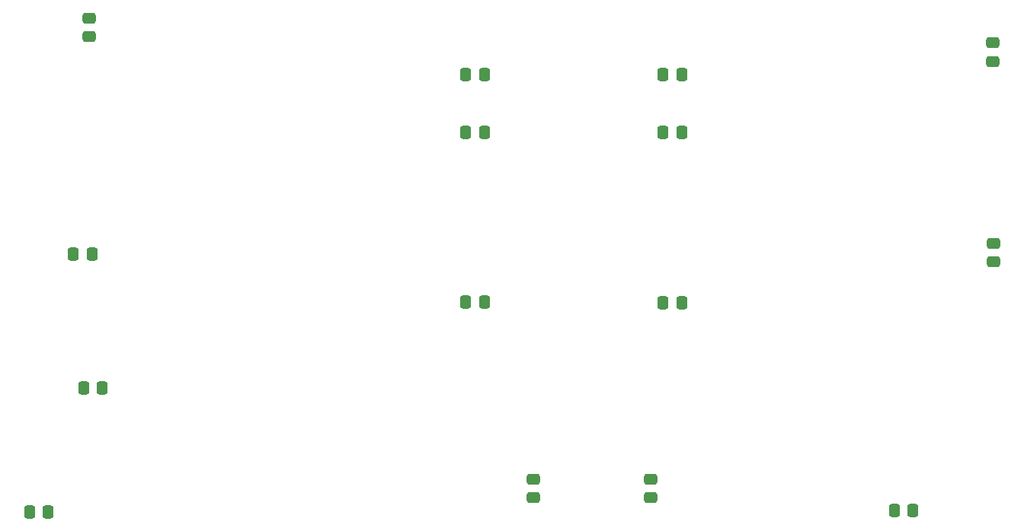
<source format=gbp>
G04 #@! TF.GenerationSoftware,KiCad,Pcbnew,8.0.9*
G04 #@! TF.CreationDate,2025-04-09T11:12:09-04:00*
G04 #@! TF.ProjectId,RAMEXPB_V3,52414d45-5850-4425-9f56-332e6b696361,rev?*
G04 #@! TF.SameCoordinates,Original*
G04 #@! TF.FileFunction,Paste,Bot*
G04 #@! TF.FilePolarity,Positive*
%FSLAX46Y46*%
G04 Gerber Fmt 4.6, Leading zero omitted, Abs format (unit mm)*
G04 Created by KiCad (PCBNEW 8.0.9) date 2025-04-09 11:12:09*
%MOMM*%
%LPD*%
G01*
G04 APERTURE LIST*
G04 Aperture macros list*
%AMRoundRect*
0 Rectangle with rounded corners*
0 $1 Rounding radius*
0 $2 $3 $4 $5 $6 $7 $8 $9 X,Y pos of 4 corners*
0 Add a 4 corners polygon primitive as box body*
4,1,4,$2,$3,$4,$5,$6,$7,$8,$9,$2,$3,0*
0 Add four circle primitives for the rounded corners*
1,1,$1+$1,$2,$3*
1,1,$1+$1,$4,$5*
1,1,$1+$1,$6,$7*
1,1,$1+$1,$8,$9*
0 Add four rect primitives between the rounded corners*
20,1,$1+$1,$2,$3,$4,$5,0*
20,1,$1+$1,$4,$5,$6,$7,0*
20,1,$1+$1,$6,$7,$8,$9,0*
20,1,$1+$1,$8,$9,$2,$3,0*%
G04 Aperture macros list end*
%ADD10RoundRect,0.250000X-0.337500X-0.475000X0.337500X-0.475000X0.337500X0.475000X-0.337500X0.475000X0*%
%ADD11RoundRect,0.250000X0.475000X-0.337500X0.475000X0.337500X-0.475000X0.337500X-0.475000X-0.337500X0*%
%ADD12RoundRect,0.250000X-0.475000X0.337500X-0.475000X-0.337500X0.475000X-0.337500X0.475000X0.337500X0*%
%ADD13RoundRect,0.250000X0.337500X0.475000X-0.337500X0.475000X-0.337500X-0.475000X0.337500X-0.475000X0*%
G04 APERTURE END LIST*
D10*
G04 #@! TO.C,C6*
X172417500Y-113595000D03*
X174492500Y-113595000D03*
G04 #@! TD*
D11*
G04 #@! TO.C,C4*
X158015000Y-160712500D03*
X158015000Y-158637500D03*
G04 #@! TD*
D10*
G04 #@! TO.C,C15*
X108017500Y-148515000D03*
X110092500Y-148515000D03*
G04 #@! TD*
G04 #@! TO.C,C8*
X172417500Y-138995000D03*
X174492500Y-138995000D03*
G04 #@! TD*
G04 #@! TO.C,C5*
X198087500Y-162105000D03*
X200162500Y-162105000D03*
G04 #@! TD*
D12*
G04 #@! TO.C,C14*
X108665000Y-107317500D03*
X108665000Y-109392500D03*
G04 #@! TD*
D10*
G04 #@! TO.C,C2*
X106867500Y-133605000D03*
X108942500Y-133605000D03*
G04 #@! TD*
D12*
G04 #@! TO.C,C10*
X209095000Y-132357500D03*
X209095000Y-134432500D03*
G04 #@! TD*
D10*
G04 #@! TO.C,C13*
X150482500Y-113610000D03*
X152557500Y-113610000D03*
G04 #@! TD*
D11*
G04 #@! TO.C,C3*
X171045000Y-160712500D03*
X171045000Y-158637500D03*
G04 #@! TD*
D12*
G04 #@! TO.C,C9*
X209045000Y-110077500D03*
X209045000Y-112152500D03*
G04 #@! TD*
D13*
G04 #@! TO.C,C16*
X104092500Y-162265000D03*
X102017500Y-162265000D03*
G04 #@! TD*
D10*
G04 #@! TO.C,C11*
X150482500Y-119990000D03*
X152557500Y-119990000D03*
G04 #@! TD*
G04 #@! TO.C,C12*
X150482500Y-138940000D03*
X152557500Y-138940000D03*
G04 #@! TD*
G04 #@! TO.C,C7*
X172417500Y-119990000D03*
X174492500Y-119990000D03*
G04 #@! TD*
M02*

</source>
